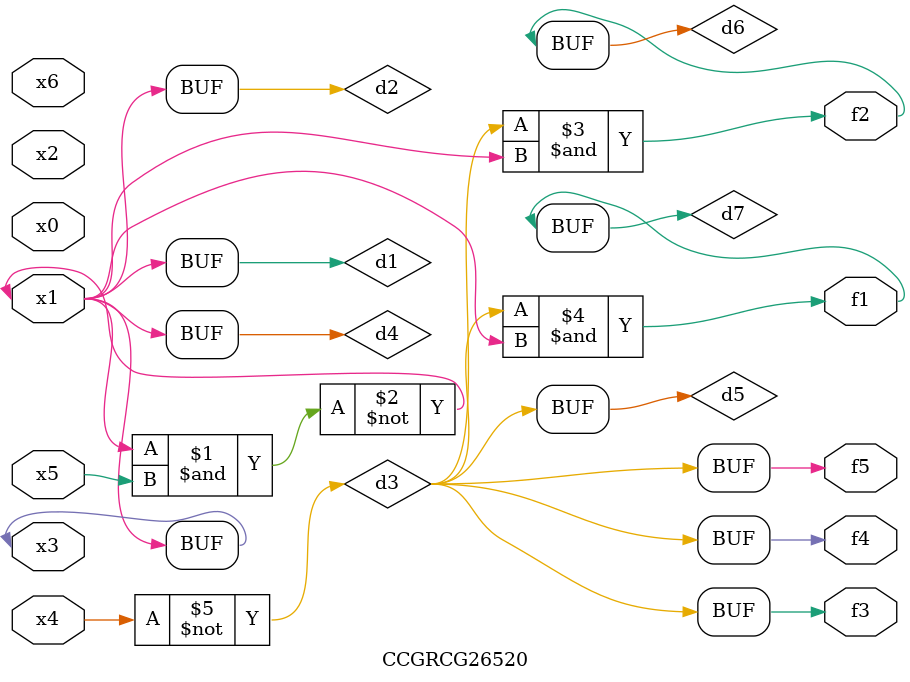
<source format=v>
module CCGRCG26520(
	input x0, x1, x2, x3, x4, x5, x6,
	output f1, f2, f3, f4, f5
);

	wire d1, d2, d3, d4, d5, d6, d7;

	buf (d1, x1, x3);
	nand (d2, x1, x5);
	not (d3, x4);
	buf (d4, d1, d2);
	buf (d5, d3);
	and (d6, d3, d4);
	and (d7, d3, d4);
	assign f1 = d7;
	assign f2 = d6;
	assign f3 = d5;
	assign f4 = d5;
	assign f5 = d5;
endmodule

</source>
